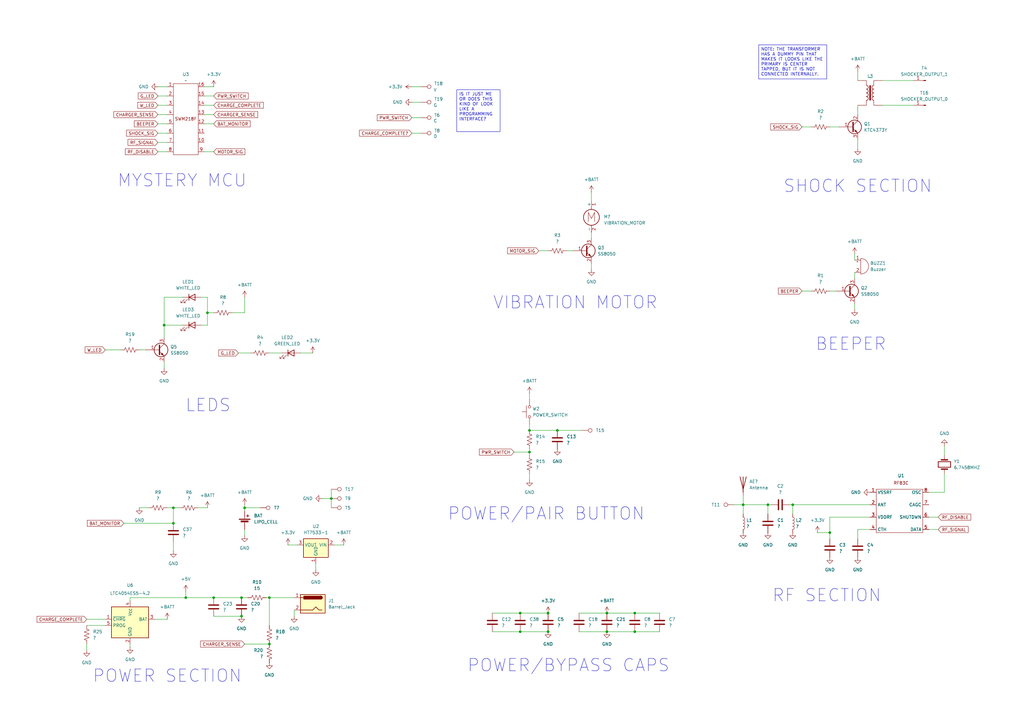
<source format=kicad_sch>
(kicad_sch (version 20231120) (generator "eeschema") (generator_version "8.0")
  (paper "A3")
  (title_block (rev "1"))
  (lib_symbols
    (symbol "Battery_Management:LTC4054ES5-4.2"
      (property "Reference" "U" (at -5.842 6.604 0))
      (property "Value" "LTC4054ES5-4.2" (at 1.524 6.604 0))
      (symbol "LTC4054ES5-4.2_0_1"
        (rectangle (start -7.62 5.08) (end 7.62 -7.62) (stroke (width 0.254)) (fill (type background)))
      )
      (symbol "LTC4054ES5-4.2_1_1"
        (pin open_collector line (at -10.16 0 0) (length 2.54) (name "~{CHRG}") (number "1"))
        (pin power_in line (at 0 -10.16 90) (length 2.54) (name "GND") (number "2"))
        (pin power_out line (at 10.16 0 180) (length 2.54) (name "BAT") (number "3"))
        (pin power_in line (at 0 7.62 270) (length 2.54) (name "V_{CC}") (number "4"))
        (pin bidirectional line (at -10.16 -2.54 0) (length 2.54) (name "PROG") (number "5"))
      )
    )
    (symbol "Connector:Barrel_Jack" (pin_names (offset 1.016))
      (property "Reference" "J" (at 0 5.334 0))
      (property "Value" "Barrel_Jack" (at 0 -5.08 0))
      (symbol "Barrel_Jack_0_1"
        (rectangle (start -5.08 3.81) (end 5.08 -3.81) (stroke (width 0.254)) (fill (type background)))
        (arc (start -3.302 3.175) (mid -3.9343 2.54) (end -3.302 1.905) (stroke (width 0.254)))
        (arc (start -3.302 3.175) (mid -3.9343 2.54) (end -3.302 1.905) (stroke (width 0.254)) (fill (type outline)))
        (polyline (pts (xy 5.08 2.54) (xy 3.81 2.54)) (stroke (width 0.254)))
        (polyline (pts (xy -3.81 -2.54) (xy -2.54 -2.54) (xy -1.27 -1.27) (xy 0 -2.54) (xy 2.54 -2.54) (xy 5.08 -2.54)) (stroke (width 0.254)))
        (rectangle (start 3.683 3.175) (end -3.302 1.905) (stroke (width 0.254)) (fill (type outline)))
      )
      (symbol "Barrel_Jack_1_1"
        (pin passive line (at 7.62 2.54 180) (length 2.54) (name "~") (number "1"))
        (pin passive line (at 7.62 -2.54 180) (length 2.54) (name "~") (number "2"))
      )
    )
    (symbol "Connector:Conn_01x01_Pin" (pin_names (offset 1.016) hide)
      (property "Reference" "J" (at 0 2.54 0))
      (property "Value" "Conn_01x01_Pin" (at 0 -2.54 0))
      (symbol "Conn_01x01_Pin_1_1"
        (polyline (pts (xy 1.27 0) (xy 0.8636 0)) (stroke (width 0.1524)))
        (rectangle (start 0.8636 0.127) (end 0 -0.127) (stroke (width 0.1524)) (fill (type outline)))
        (pin passive line (at 5.08 0 180) (length 3.81) (name "Pin_1") (number "1"))
      )
    )
    (symbol "Connector:TestPoint" (pin_numbers hide) (pin_names (offset 0.762) hide)
      (property "Reference" "TP" (at 0 6.858 0))
      (property "Value" "TestPoint" (at 0 5.08 0))
      (symbol "TestPoint_0_1"
        (circle (center 0 3.302) (radius 0.762))
      )
      (symbol "TestPoint_1_1"
        (pin passive line (at 0 0 90) (length 2.54) (name "1") (number "1"))
      )
    )
    (symbol "Device:Antenna" (pin_numbers hide) (pin_names (offset 1.016) hide)
      (property "Reference" "AE" (at -1.905 1.905 0))
      (property "Value" "Antenna" (at -1.905 0 0))
      (symbol "Antenna_0_1"
        (polyline (pts (xy 0 2.54) (xy 0 -3.81)) (stroke (width 0.254)))
        (polyline (pts (xy 1.27 2.54) (xy 0 -2.54) (xy -1.27 2.54)) (stroke (width 0.254)))
      )
      (symbol "Antenna_1_1"
        (pin input line (at 0 -5.08 90) (length 2.54) (name "A") (number "1"))
      )
    )
    (symbol "Device:Battery_Cell" (pin_numbers hide) (pin_names (offset 0) hide)
      (property "Reference" "BT" (at 2.54 2.54 0))
      (property "Value" "Battery_Cell" (at 2.54 0 0))
      (symbol "Battery_Cell_0_1"
        (rectangle (start -2.286 1.778) (end 2.286 1.524) (fill (type outline)))
        (rectangle (start -1.524 1.016) (end 1.524 0.508) (fill (type outline)))
        (polyline (pts (xy 0 0.762) (xy 0 0)))
        (polyline (pts (xy 0 1.778) (xy 0 2.54)))
        (polyline (pts (xy 0.762 3.048) (xy 1.778 3.048)) (stroke (width 0.254)))
        (polyline (pts (xy 1.27 3.556) (xy 1.27 2.54)) (stroke (width 0.254)))
      )
      (symbol "Battery_Cell_1_1"
        (pin passive line (at 0 5.08 270) (length 2.54) (name "+") (number "1"))
        (pin passive line (at 0 -2.54 90) (length 2.54) (name "-") (number "2"))
      )
    )
    (symbol "Device:Buzzer" (pin_names (offset 0.0254) hide)
      (property "Reference" "BZ" (at 3.81 1.27 0))
      (property "Value" "Buzzer" (at 3.81 -1.27 0))
      (symbol "Buzzer_0_1"
        (arc (start 0 -3.175) (mid 3.1612 0) (end 0 3.175))
        (polyline (pts (xy -1.651 1.905) (xy -1.143 1.905)))
        (polyline (pts (xy -1.397 2.159) (xy -1.397 1.651)))
        (polyline (pts (xy 0 3.175) (xy 0 -3.175)))
      )
      (symbol "Buzzer_1_1"
        (pin passive line (at -2.54 2.54 0) (length 2.54) (name "+") (number "1"))
        (pin passive line (at -2.54 -2.54 0) (length 2.54) (name "-") (number "2"))
      )
    )
    (symbol "Device:C" (pin_numbers hide) (pin_names (offset 0.254))
      (property "Reference" "C" (at 0.635 2.54 0))
      (property "Value" "C" (at 0.635 -2.54 0))
      (symbol "C_0_1"
        (polyline (pts (xy -2.032 -0.762) (xy 2.032 -0.762)) (stroke (width 0.508)))
        (polyline (pts (xy -2.032 0.762) (xy 2.032 0.762)) (stroke (width 0.508)))
      )
      (symbol "C_1_1"
        (pin passive line (at 0 3.81 270) (length 2.794) (name "~") (number "1"))
        (pin passive line (at 0 -3.81 90) (length 2.794) (name "~") (number "2"))
      )
    )
    (symbol "Device:Crystal" (pin_numbers hide) (pin_names (offset 1.016) hide)
      (property "Reference" "Y" (at 0 3.81 0))
      (property "Value" "Crystal" (at 0 -3.81 0))
      (symbol "Crystal_0_1"
        (rectangle (start -1.143 2.54) (end 1.143 -2.54) (stroke (width 0.3048)))
        (polyline (pts (xy -2.54 0) (xy -1.905 0)))
        (polyline (pts (xy -1.905 -1.27) (xy -1.905 1.27)) (stroke (width 0.508)))
        (polyline (pts (xy 1.905 -1.27) (xy 1.905 1.27)) (stroke (width 0.508)))
        (polyline (pts (xy 2.54 0) (xy 1.905 0)))
      )
      (symbol "Crystal_1_1"
        (pin passive line (at -3.81 0 0) (length 1.27) (name "1") (number "1"))
        (pin passive line (at 3.81 0 180) (length 1.27) (name "2") (number "2"))
      )
    )
    (symbol "Device:L" (pin_numbers hide) (pin_names (offset 1.016) hide)
      (property "Reference" "L" (at -1.27 0 90))
      (property "Value" "L" (at 1.905 0 90))
      (symbol "L_0_1"
        (arc (start 0 -2.54) (mid 0.6323 -1.905) (end 0 -1.27))
        (arc (start 0 -1.27) (mid 0.6323 -0.635) (end 0 0))
        (arc (start 0 0) (mid 0.6323 0.635) (end 0 1.27))
        (arc (start 0 1.27) (mid 0.6323 1.905) (end 0 2.54))
      )
      (symbol "L_1_1"
        (pin passive line (at 0 3.81 270) (length 1.27) (name "1") (number "1"))
        (pin passive line (at 0 -3.81 90) (length 1.27) (name "2") (number "2"))
      )
    )
    (symbol "Device:LED" (pin_numbers hide) (pin_names (offset 1.016) hide)
      (property "Reference" "D" (at 0 2.54 0))
      (property "Value" "LED" (at 0 -2.54 0))
      (symbol "LED_0_1"
        (polyline (pts (xy -1.27 -1.27) (xy -1.27 1.27)) (stroke (width 0.254)))
        (polyline (pts (xy -1.27 0) (xy 1.27 0)))
        (polyline (pts (xy 1.27 -1.27) (xy 1.27 1.27) (xy -1.27 0) (xy 1.27 -1.27)) (stroke (width 0.254)))
        (polyline (pts (xy -3.048 -0.762) (xy -4.572 -2.286) (xy -3.81 -2.286) (xy -4.572 -2.286) (xy -4.572 -1.524)))
        (polyline (pts (xy -1.778 -0.762) (xy -3.302 -2.286) (xy -2.54 -2.286) (xy -3.302 -2.286) (xy -3.302 -1.524)))
      )
      (symbol "LED_1_1"
        (pin passive line (at -3.81 0 0) (length 2.54) (name "K") (number "1"))
        (pin passive line (at 3.81 0 180) (length 2.54) (name "A") (number "2"))
      )
    )
    (symbol "Device:Q_NPN_BCE" (pin_names (offset 0) hide)
      (property "Reference" "Q" (at 5.08 1.27 0))
      (property "Value" "Q_NPN_BCE" (at 5.08 -1.27 0))
      (symbol "Q_NPN_BCE_0_1"
        (polyline (pts (xy 0.635 0.635) (xy 2.54 2.54)))
        (polyline (pts (xy 0.635 -0.635) (xy 2.54 -2.54) (xy 2.54 -2.54)))
        (polyline (pts (xy 0.635 1.905) (xy 0.635 -1.905) (xy 0.635 -1.905)) (stroke (width 0.508)))
        (polyline (pts (xy 1.27 -1.778) (xy 1.778 -1.27) (xy 2.286 -2.286) (xy 1.27 -1.778) (xy 1.27 -1.778)) (fill (type outline)))
        (circle (center 1.27 0) (radius 2.8194) (stroke (width 0.254)))
      )
      (symbol "Q_NPN_BCE_1_1"
        (pin input line (at -5.08 0 0) (length 5.715) (name "B") (number "1"))
        (pin passive line (at 2.54 5.08 270) (length 2.54) (name "C") (number "2"))
        (pin passive line (at 2.54 -5.08 90) (length 2.54) (name "E") (number "3"))
      )
    )
    (symbol "Device:Q_NPN_BEC" (pin_names (offset 0) hide)
      (property "Reference" "Q" (at 5.08 1.27 0))
      (property "Value" "Q_NPN_BEC" (at 5.08 -1.27 0))
      (symbol "Q_NPN_BEC_0_1"
        (polyline (pts (xy 0.635 0.635) (xy 2.54 2.54)))
        (polyline (pts (xy 0.635 -0.635) (xy 2.54 -2.54) (xy 2.54 -2.54)))
        (polyline (pts (xy 0.635 1.905) (xy 0.635 -1.905) (xy 0.635 -1.905)) (stroke (width 0.508)))
        (polyline (pts (xy 1.27 -1.778) (xy 1.778 -1.27) (xy 2.286 -2.286) (xy 1.27 -1.778) (xy 1.27 -1.778)) (fill (type outline)))
        (circle (center 1.27 0) (radius 2.8194) (stroke (width 0.254)))
      )
      (symbol "Q_NPN_BEC_1_1"
        (pin input line (at -5.08 0 0) (length 5.715) (name "B") (number "1"))
        (pin passive line (at 2.54 -5.08 90) (length 2.54) (name "E") (number "2"))
        (pin passive line (at 2.54 5.08 270) (length 2.54) (name "C") (number "3"))
      )
    )
    (symbol "Device:R_US" (pin_numbers hide) (pin_names (offset 0))
      (property "Reference" "R" (at 2.54 0 90))
      (property "Value" "R_US" (at -2.54 0 90))
      (symbol "R_US_0_1"
        (polyline (pts (xy 0 -2.286) (xy 0 -2.54)))
        (polyline (pts (xy 0 2.286) (xy 0 2.54)))
        (polyline (pts (xy 0 -0.762) (xy 1.016 -1.143) (xy 0 -1.524) (xy -1.016 -1.905) (xy 0 -2.286)))
        (polyline (pts (xy 0 0.762) (xy 1.016 0.381) (xy 0 0) (xy -1.016 -0.381) (xy 0 -0.762)))
        (polyline (pts (xy 0 2.286) (xy 1.016 1.905) (xy 0 1.524) (xy -1.016 1.143) (xy 0 0.762)))
      )
      (symbol "R_US_1_1"
        (pin passive line (at 0 3.81 270) (length 1.27) (name "~") (number "1"))
        (pin passive line (at 0 -3.81 90) (length 1.27) (name "~") (number "2"))
      )
    )
    (symbol "Motor:Motor_DC" (pin_names (offset 0))
      (property "Reference" "M" (at 2.54 2.54 0))
      (property "Value" "Motor_DC" (at 2.54 -5.08 0))
      (symbol "Motor_DC_0_0"
        (polyline (pts (xy -1.27 -3.302) (xy -1.27 0.508) (xy 0 -2.032) (xy 1.27 0.508) (xy 1.27 -3.302)))
      )
      (symbol "Motor_DC_0_1"
        (circle (center 0 -1.524) (radius 3.2512) (stroke (width 0.254)))
        (polyline (pts (xy 0 -7.62) (xy 0 -7.112)))
        (polyline (pts (xy 0 -4.7752) (xy 0 -5.1816)))
        (polyline (pts (xy 0 1.7272) (xy 0 2.0828)))
        (polyline (pts (xy 0 2.032) (xy 0 2.54)))
      )
      (symbol "Motor_DC_1_1"
        (pin passive line (at 0 5.08 270) (length 2.54) (name "+") (number "1"))
        (pin passive line (at 0 -7.62 90) (length 2.54) (name "-") (number "2"))
      )
    )
    (symbol "Regulator_Linear:HT75xx-1-SOT89"
      (property "Reference" "U" (at -5.08 -3.81 0))
      (property "Value" "HT75xx-1-SOT89" (at 0 6.35 0))
      (symbol "HT75xx-1-SOT89_0_1"
        (rectangle (start -5.08 5.08) (end 5.08 -2.54) (stroke (width 0.254)) (fill (type background)))
      )
      (symbol "HT75xx-1-SOT89_1_1"
        (pin power_in line (at 0 -5.08 90) (length 2.54) (name "GND") (number "1"))
        (pin power_in line (at -7.62 2.54 0) (length 2.54) (name "VIN") (number "2"))
        (pin power_out line (at 7.62 2.54 180) (length 2.54) (name "VOUT") (number "3"))
      )
    )
    (symbol "Switch:SW_Push" (pin_numbers hide) (pin_names (offset 1.016) hide)
      (property "Reference" "SW" (at 1.27 2.54 0))
      (property "Value" "SW_Push" (at 0 -1.524 0))
      (symbol "SW_Push_0_1"
        (circle (center -2.032 0) (radius 0.508))
        (polyline (pts (xy 0 1.27) (xy 0 3.048)))
        (polyline (pts (xy 2.54 1.27) (xy -2.54 1.27)))
        (circle (center 2.032 0) (radius 0.508))
        (pin passive line (at -5.08 0 0) (length 2.54) (name "1") (number "1"))
        (pin passive line (at 5.08 0 180) (length 2.54) (name "2") (number "2"))
      )
    )
    (symbol "Transformer:TRANSF1" (pin_numbers hide) (pin_names (offset 0))
      (property "Reference" "TR" (at 0 6.35 0))
      (property "Value" "TRANSF1" (at 0 -6.35 0))
      (symbol "TRANSF1_0_1"
        (arc (start -1.524 -3.048) (mid -0.7653 -2.286) (end -1.524 -1.524) (stroke (width 0.2032)))
        (arc (start -1.524 -1.524) (mid -0.7653 -0.762) (end -1.524 0) (stroke (width 0.2032)))
        (arc (start -1.524 0) (mid -0.7653 0.762) (end -1.524 1.524) (stroke (width 0.2032)))
        (arc (start -1.524 1.524) (mid -0.7653 2.286) (end -1.524 3.048) (stroke (width 0.2032)))
        (rectangle (start -0.254 3.048) (end 0.254 -3.048) (stroke (width 0.0254)) (fill (type outline)))
        (polyline (pts (xy -2.54 5.08) (xy -1.524 5.08) (xy -1.524 3.048) (xy -1.524 3.048)) (stroke (width 0.1524)))
        (polyline (pts (xy -1.524 -3.048) (xy -1.524 -5.08) (xy -2.54 -5.08) (xy -2.54 -5.08)) (stroke (width 0.1524)))
        (polyline (pts (xy 1.524 3.048) (xy 1.524 5.08) (xy 2.54 5.08) (xy 2.54 5.08)) (stroke (width 0.1524)))
        (polyline (pts (xy 2.54 -5.08) (xy 1.524 -5.08) (xy 1.524 -3.048) (xy 1.524 -3.048)) (stroke (width 0.1524)))
        (arc (start 1.524 -1.524) (mid 0.7653 -2.286) (end 1.524 -3.048) (stroke (width 0.2032)))
        (arc (start 1.524 0) (mid 0.7653 -0.762) (end 1.524 -1.524) (stroke (width 0.2032)))
        (arc (start 1.524 1.524) (mid 0.7653 0.762) (end 1.524 0) (stroke (width 0.2032)))
        (arc (start 1.524 3.048) (mid 0.7653 2.286) (end 1.524 1.524) (stroke (width 0.2032)))
      )
      (symbol "TRANSF1_1_1"
        (pin passive line (at -5.08 5.08 0) (length 2.54) (name "~") (number "1"))
        (pin passive line (at -5.08 -5.08 0) (length 2.54) (name "~") (number "2"))
        (pin passive line (at 5.08 -5.08 180) (length 2.54) (name "~") (number "3"))
        (pin passive line (at 5.08 5.08 180) (length 2.54) (name "~") (number "4"))
      )
    )
    (symbol "power:+3.3V" (power) (pin_numbers hide) (pin_names (offset 0) hide)
      (property "Value" "+3.3V" (at 0 3.556 0))
      (symbol "+3.3V_0_1"
        (polyline (pts (xy -0.762 1.27) (xy 0 2.54)))
        (polyline (pts (xy 0 0) (xy 0 2.54)))
        (polyline (pts (xy 0 2.54) (xy 0.762 1.27)))
      )
      (symbol "+3.3V_1_1"
        (pin power_in line (at 0 0 90) (length 0) (name "~") (number "1"))
      )
    )
    (symbol "power:+5V" (power) (pin_numbers hide) (pin_names (offset 0) hide)
      (property "Value" "+5V" (at 0 3.556 0))
      (symbol "+5V_0_1"
        (polyline (pts (xy -0.762 1.27) (xy 0 2.54)))
        (polyline (pts (xy 0 0) (xy 0 2.54)))
        (polyline (pts (xy 0 2.54) (xy 0.762 1.27)))
      )
      (symbol "+5V_1_1"
        (pin power_in line (at 0 0 90) (length 0) (name "~") (number "1"))
      )
    )
    (symbol "power:+BATT" (power) (pin_numbers hide) (pin_names (offset 0) hide)
      (property "Value" "+BATT" (at 0 3.556 0))
      (symbol "+BATT_0_1"
        (polyline (pts (xy -0.762 1.27) (xy 0 2.54)))
        (polyline (pts (xy 0 0) (xy 0 2.54)))
        (polyline (pts (xy 0 2.54) (xy 0.762 1.27)))
      )
      (symbol "+BATT_1_1"
        (pin power_in line (at 0 0 90) (length 0) (name "~") (number "1"))
      )
    )
    (symbol "power:GND" (power) (pin_numbers hide) (pin_names (offset 0) hide)
      (property "Value" "GND" (at 0 -3.81 0))
      (symbol "GND_0_1"
        (polyline (pts (xy 0 0) (xy 0 -1.27) (xy 1.27 -1.27) (xy 0 -2.54) (xy -1.27 -1.27) (xy 0 -1.27)))
      )
      (symbol "GND_1_1"
        (pin power_in line (at 0 0 270) (length 0) (name "~") (number "1"))
      )
    )
    (symbol "shocker_chips:RF83C"
      (property "Reference" "U" (at 0 3.302 0))
      (symbol "RF83C_0_1"
        (rectangle (start -10.16 -2.54) (end 8.89 -20.32))
      )
      (symbol "RF83C_1_1"
        (text "RF83C" (at 0 0 0) (effects (font (size 1.27 1.27))))
        (pin unspecified line (at -12.7 -3.81 0) (length 2.54) (name "VSSRF") (number "1"))
        (pin unspecified line (at -12.7 -8.89 0) (length 2.54) (name "ANT") (number "2"))
        (pin unspecified line (at -12.7 -13.97 0) (length 2.54) (name "VDDRF") (number "3"))
        (pin unspecified line (at -12.7 -19.05 0) (length 2.54) (name "CTH") (number "4"))
        (pin unspecified line (at 11.43 -19.05 180) (length 2.54) (name "DATA") (number "5"))
        (pin unspecified line (at 11.43 -13.97 180) (length 2.54) (name "SHUTDWN") (number "6"))
        (pin unspecified line (at 11.43 -8.89 180) (length 2.54) (name "CAGC") (number "7"))
        (pin unspecified line (at 11.43 -3.81 180) (length 2.54) (name "OSC") (number "8"))
      )
    )
    (symbol "shocker_chips:SWM218F"
      (property "Reference" "U" (at 0 0 0))
      (symbol "SWM218F_0_1"
        (rectangle (start -5.08 -2.54) (end 5.08 -31.75))
      )
      (symbol "SWM218F_1_1"
        (text "SWM218F" (at 0 -17.018 0) (effects (font (size 1.27 1.27))))
        (pin unspecified line (at -7.62 -3.81 0) (length 2.54) (name "") (number "1"))
        (pin unspecified line (at 7.62 -26.67 180) (length 2.54) (name "") (number "10"))
        (pin unspecified line (at 7.62 -22.86 180) (length 2.54) (name "") (number "11"))
        (pin unspecified line (at 7.62 -19.05 180) (length 2.54) (name "") (number "12"))
        (pin unspecified line (at 7.62 -15.24 180) (length 2.54) (name "") (number "13"))
        (pin unspecified line (at 7.62 -11.43 180) (length 2.54) (name "") (number "14"))
        (pin unspecified line (at 7.62 -7.62 180) (length 2.54) (name "") (number "15"))
        (pin unspecified line (at 7.62 -3.81 180) (length 2.54) (name "") (number "16"))
        (pin unspecified line (at -7.62 -7.62 0) (length 2.54) (name "") (number "2"))
        (pin unspecified line (at -7.62 -11.43 0) (length 2.54) (name "") (number "3"))
        (pin unspecified line (at -7.62 -15.24 0) (length 2.54) (name "") (number "4"))
        (pin unspecified line (at -7.62 -19.05 0) (length 2.54) (name "") (number "5"))
        (pin unspecified line (at -7.62 -22.86 0) (length 2.54) (name "") (number "6"))
        (pin unspecified line (at -7.62 -26.67 0) (length 2.54) (name "") (number "7"))
        (pin unspecified line (at -7.62 -30.48 0) (length 2.54) (name "") (number "8"))
        (pin unspecified line (at 7.62 -30.48 180) (length 2.54) (name "") (number "9"))
      )
    )
  )
  (junction (at 217.17 176.53))
  (junction (at 217.17 185.42))
  (junction (at 325.12 207.01))
  (junction (at 260.35 259.08))
  (junction (at 76.2 245.11))
  (junction (at 71.12 214.63))
  (junction (at 248.92 259.08))
  (junction (at 224.79 259.08))
  (junction (at 340.36 218.44))
  (junction (at 100.33 208.28))
  (junction (at 99.06 252.73))
  (junction (at 213.36 259.08))
  (junction (at 228.6 176.53))
  (junction (at 314.96 207.01))
  (junction (at 87.63 245.11))
  (junction (at 85.09 128.27))
  (junction (at 248.92 251.46))
  (junction (at 260.35 251.46))
  (junction (at 213.36 251.46))
  (junction (at 110.49 245.11))
  (junction (at 135.89 204.47))
  (junction (at 224.79 251.46))
  (junction (at 304.8 207.01))
  (junction (at 67.31 133.35))
  (junction (at 71.12 208.28))
  (junction (at 99.06 245.11))
  (junction (at 110.49 264.16))
  (wire (pts (xy 325.12 207.01) (xy 325.12 210.82)))
  (wire (pts (xy 300.99 207.01) (xy 304.8 207.01)))
  (wire (pts (xy 340.36 119.38) (xy 342.9 119.38)))
  (wire (pts (xy 109.22 245.11) (xy 110.49 245.11)))
  (wire (pts (xy 242.57 78.74) (xy 242.57 82.55)))
  (wire (pts (xy 99.06 245.11) (xy 101.6 245.11)))
  (wire (pts (xy 350.52 104.14) (xy 350.52 106.68)))
  (wire (pts (xy 228.6 176.53) (xy 238.76 176.53)))
  (wire (pts (xy 217.17 161.29) (xy 217.17 163.83)))
  (wire (pts (xy 110.49 144.78) (xy 115.57 144.78)))
  (wire (pts (xy 350.52 111.76) (xy 350.52 114.3)))
  (wire (pts (xy 110.49 245.11) (xy 120.65 245.11)))
  (wire (pts (xy 71.12 208.28) (xy 73.66 208.28)))
  (wire (pts (xy 168.91 35.56) (xy 172.72 35.56)))
  (wire (pts (xy 76.2 242.57) (xy 76.2 245.11)))
  (wire (pts (xy 120.65 250.19) (xy 120.65 252.73)))
  (wire (pts (xy 83.82 43.18) (xy 87.63 43.18)))
  (wire (pts (xy 85.09 121.92) (xy 85.09 128.27)))
  (wire (pts (xy 304.8 207.01) (xy 314.96 207.01)))
  (wire (pts (xy 83.82 39.37) (xy 87.63 39.37)))
  (wire (pts (xy 64.77 54.61) (xy 68.58 54.61)))
  (wire (pts (xy 248.92 259.08) (xy 260.35 259.08)))
  (wire (pts (xy 232.41 102.87) (xy 234.95 102.87)))
  (wire (pts (xy 57.15 208.28) (xy 60.96 208.28)))
  (wire (pts (xy 64.77 58.42) (xy 68.58 58.42)))
  (wire (pts (xy 210.82 185.42) (xy 217.17 185.42)))
  (wire (pts (xy 87.63 252.73) (xy 99.06 252.73)))
  (wire (pts (xy 35.56 254) (xy 43.18 254)))
  (wire (pts (xy 50.8 214.63) (xy 71.12 214.63)))
  (wire (pts (xy 135.89 204.47) (xy 135.89 208.28)))
  (wire (pts (xy 237.49 259.08) (xy 248.92 259.08)))
  (wire (pts (xy 85.09 133.35) (xy 82.55 133.35)))
  (wire (pts (xy 248.92 251.46) (xy 260.35 251.46)))
  (wire (pts (xy 53.34 265.43) (xy 53.34 264.16)))
  (wire (pts (xy 213.36 259.08) (xy 224.79 259.08)))
  (wire (pts (xy 81.28 208.28) (xy 85.09 208.28)))
  (wire (pts (xy 217.17 176.53) (xy 228.6 176.53)))
  (wire (pts (xy 242.57 95.25) (xy 242.57 97.79)))
  (wire (pts (xy 381 201.93) (xy 387.35 201.93)))
  (wire (pts (xy 351.79 217.17) (xy 356.87 217.17)))
  (wire (pts (xy 350.52 124.46) (xy 350.52 127)))
  (wire (pts (xy 67.31 133.35) (xy 67.31 138.43)))
  (wire (pts (xy 304.8 203.2) (xy 304.8 207.01)))
  (wire (pts (xy 83.82 50.8) (xy 87.63 50.8)))
  (wire (pts (xy 314.96 207.01) (xy 316.23 207.01)))
  (wire (pts (xy 217.17 185.42) (xy 217.17 186.69)))
  (wire (pts (xy 340.36 212.09) (xy 356.87 212.09)))
  (wire (pts (xy 100.33 264.16) (xy 110.49 264.16)))
  (wire (pts (xy 340.36 212.09) (xy 340.36 218.44)))
  (wire (pts (xy 304.8 207.01) (xy 304.8 210.82)))
  (wire (pts (xy 67.31 121.92) (xy 67.31 133.35)))
  (wire (pts (xy 168.91 54.61) (xy 172.72 54.61)))
  (wire (pts (xy 63.5 254) (xy 68.58 254)))
  (wire (pts (xy 53.34 245.11) (xy 76.2 245.11)))
  (wire (pts (xy 71.12 208.28) (xy 71.12 214.63)))
  (wire (pts (xy 351.79 29.21) (xy 351.79 33.02)))
  (wire (pts (xy 85.09 128.27) (xy 87.63 128.27)))
  (wire (pts (xy 260.35 259.08) (xy 270.51 259.08)))
  (wire (pts (xy 201.93 259.08) (xy 213.36 259.08)))
  (wire (pts (xy 43.18 143.51) (xy 49.53 143.51)))
  (wire (pts (xy 168.91 48.26) (xy 172.72 48.26)))
  (wire (pts (xy 140.97 223.52) (xy 137.16 223.52)))
  (wire (pts (xy 100.33 207.01) (xy 100.33 208.28)))
  (wire (pts (xy 260.35 251.46) (xy 270.51 251.46)))
  (wire (pts (xy 361.95 33.02) (xy 374.65 33.02)))
  (wire (pts (xy 323.85 207.01) (xy 325.12 207.01)))
  (wire (pts (xy 381 212.09) (xy 384.81 212.09)))
  (wire (pts (xy 99.06 245.11) (xy 87.63 245.11)))
  (wire (pts (xy 76.2 245.11) (xy 87.63 245.11)))
  (wire (pts (xy 100.33 219.71) (xy 100.33 217.17)))
  (wire (pts (xy 201.93 251.46) (xy 213.36 251.46)))
  (wire (pts (xy 217.17 184.15) (xy 217.17 185.42)))
  (wire (pts (xy 123.19 144.78) (xy 128.27 144.78)))
  (wire (pts (xy 110.49 256.54) (xy 110.49 245.11)))
  (wire (pts (xy 97.79 144.78) (xy 102.87 144.78)))
  (wire (pts (xy 64.77 39.37) (xy 68.58 39.37)))
  (wire (pts (xy 387.35 182.88) (xy 387.35 186.69)))
  (wire (pts (xy 100.33 208.28) (xy 100.33 209.55)))
  (wire (pts (xy 67.31 148.59) (xy 67.31 151.13)))
  (wire (pts (xy 64.77 62.23) (xy 68.58 62.23)))
  (wire (pts (xy 213.36 251.46) (xy 224.79 251.46)))
  (wire (pts (xy 64.77 50.8) (xy 68.58 50.8)))
  (wire (pts (xy 351.79 217.17) (xy 351.79 220.98)))
  (wire (pts (xy 340.36 218.44) (xy 340.36 220.98)))
  (wire (pts (xy 129.54 231.14) (xy 129.54 233.68)))
  (wire (pts (xy 237.49 251.46) (xy 248.92 251.46)))
  (wire (pts (xy 361.95 43.18) (xy 374.65 43.18)))
  (wire (pts (xy 220.98 102.87) (xy 224.79 102.87)))
  (wire (pts (xy 121.92 223.52) (xy 118.11 223.52)))
  (wire (pts (xy 168.91 41.91) (xy 172.72 41.91)))
  (wire (pts (xy 351.79 57.15) (xy 351.79 60.96)))
  (wire (pts (xy 328.93 52.07) (xy 332.74 52.07)))
  (wire (pts (xy 67.31 121.92) (xy 74.93 121.92)))
  (wire (pts (xy 387.35 194.31) (xy 387.35 201.93)))
  (wire (pts (xy 132.08 204.47) (xy 135.89 204.47)))
  (wire (pts (xy 335.28 218.44) (xy 340.36 218.44)))
  (wire (pts (xy 95.25 128.27) (xy 100.33 128.27)))
  (wire (pts (xy 351.79 43.18) (xy 351.79 46.99)))
  (wire (pts (xy 64.77 43.18) (xy 68.58 43.18)))
  (wire (pts (xy 135.89 200.66) (xy 135.89 204.47)))
  (wire (pts (xy 217.17 194.31) (xy 217.17 196.85)))
  (wire (pts (xy 35.56 256.54) (xy 43.18 256.54)))
  (wire (pts (xy 53.34 245.11) (xy 53.34 246.38)))
  (wire (pts (xy 83.82 35.56) (xy 87.63 35.56)))
  (wire (pts (xy 67.31 133.35) (xy 74.93 133.35)))
  (wire (pts (xy 328.93 119.38) (xy 332.74 119.38)))
  (wire (pts (xy 314.96 207.01) (xy 314.96 210.82)))
  (wire (pts (xy 100.33 121.92) (xy 100.33 128.27)))
  (wire (pts (xy 85.09 128.27) (xy 85.09 133.35)))
  (wire (pts (xy 64.77 35.56) (xy 68.58 35.56)))
  (wire (pts (xy 325.12 207.01) (xy 356.87 207.01)))
  (wire (pts (xy 64.77 46.99) (xy 68.58 46.99)))
  (wire (pts (xy 83.82 62.23) (xy 87.63 62.23)))
  (wire (pts (xy 68.58 208.28) (xy 71.12 208.28)))
  (wire (pts (xy 242.57 107.95) (xy 242.57 110.49)))
  (wire (pts (xy 381 217.17) (xy 384.81 217.17)))
  (wire (pts (xy 217.17 173.99) (xy 217.17 176.53)))
  (wire (pts (xy 340.36 52.07) (xy 344.17 52.07)))
  (wire (pts (xy 71.12 222.25) (xy 71.12 226.06)))
  (wire (pts (xy 35.56 264.16) (xy 35.56 266.7)))
  (wire (pts (xy 100.33 208.28) (xy 106.68 208.28)))
  (wire (pts (xy 85.09 121.92) (xy 82.55 121.92)))
  (wire (pts (xy 83.82 46.99) (xy 87.63 46.99)))
  (wire (pts (xy 57.15 143.51) (xy 59.69 143.51)))
  (text_box "IS IT JUST ME OR DOES THIS KIND OF LOOK LIKE A PROGRAMMING INTERFACE?\n" (at 187.325 36.83 0) (size 17.78 17.145) (effects (font (size 1.27 1.27)) (justify left top)))
  (text_box "NOTE: THE TRANSFORMER HAS A DUMMY PIN THAT MAKES IT LOOKS LIKE THE PRIMARY IS CENTER TAPPED, BUT IT IS NOT CONNECTED INTERNALLY.\n" (at 311.15 18.415 0) (size 27.94 13.97) (effects (font (size 1.27 1.27)) (justify left top)))
  (text "LEDS" (at 85.344 166.37 0) (effects (font (size 5.08 5.08))))
  (text "RF SECTION" (at 339.09 244.348 0) (effects (font (size 5.08 5.08))))
  (text "POWER SECTION\n" (at 68.58 277.368 0) (effects (font (size 5.08 5.08))))
  (text "POWER/PAIR BUTTON" (at 224.028 210.82 0) (effects (font (size 5.08 5.08))))
  (text "BEEPER\n" (at 348.996 141.224 0) (effects (font (size 5.08 5.08))))
  (text "VIBRATION MOTOR" (at 235.966 124.206 0) (effects (font (size 5.08 5.08))))
  (text "SHOCK SECTION" (at 351.79 76.454 0) (effects (font (size 5.08 5.08))))
  (text "MYSTERY MCU" (at 74.676 74.168 0) (effects (font (size 5.08 5.08))))
  (text "POWER/BYPASS CAPS" (at 233.172 273.05 0) (effects (font (size 5.08 5.08))))
  (global_label "SHOCK_SIG" (shape input) (at 64.77 54.61 180) (property "Intersheetrefs" "${INTERSHEET_REFS}" (effects (hide yes))))
  (global_label "PWR_SWITCH" (shape input) (at 87.63 39.37 0) (property "Intersheetrefs" "${INTERSHEET_REFS}" (effects (hide yes))))
  (global_label "BAT_MONITOR" (shape input) (at 50.8 214.63 180) (property "Intersheetrefs" "${INTERSHEET_REFS}" (effects (hide yes))))
  (global_label "CHARGER_SENSE" (shape input) (at 100.33 264.16 180) (property "Intersheetrefs" "${INTERSHEET_REFS}" (effects (hide yes))))
  (global_label "CHARGER_SENSE" (shape input) (at 64.77 46.99 180) (property "Intersheetrefs" "${INTERSHEET_REFS}" (effects (hide yes))))
  (global_label "CHARGE_COMPLETE" (shape input) (at 87.63 43.18 0) (property "Intersheetrefs" "${INTERSHEET_REFS}" (effects (hide yes))))
  (global_label "CHARGE_COMPLETE?" (shape input) (at 168.91 54.61 180) (property "Intersheetrefs" "${INTERSHEET_REFS}" (effects (hide yes))))
  (global_label "BEEPER" (shape input) (at 328.93 119.38 180) (property "Intersheetrefs" "${INTERSHEET_REFS}" (effects (hide yes))))
  (global_label "PWR_SWITCH" (shape input) (at 168.91 48.26 180) (property "Intersheetrefs" "${INTERSHEET_REFS}" (effects (hide yes))))
  (global_label "BEEPER" (shape input) (at 64.77 50.8 180) (property "Intersheetrefs" "${INTERSHEET_REFS}" (effects (hide yes))))
  (global_label "CHARGER_SENSE" (shape input) (at 87.63 46.99 0) (property "Intersheetrefs" "${INTERSHEET_REFS}" (effects (hide yes))))
  (global_label "G_LED" (shape input) (at 97.79 144.78 180) (property "Intersheetrefs" "${INTERSHEET_REFS}" (effects (hide yes))))
  (global_label "RF_DISABLE" (shape input) (at 384.81 212.09 0) (property "Intersheetrefs" "${INTERSHEET_REFS}" (effects (hide yes))))
  (global_label "MOTOR_SIG" (shape input) (at 87.63 62.23 0) (property "Intersheetrefs" "${INTERSHEET_REFS}" (effects (hide yes))))
  (global_label "G_LED" (shape input) (at 64.77 39.37 180) (property "Intersheetrefs" "${INTERSHEET_REFS}" (effects (hide yes))))
  (global_label "W_LED" (shape input) (at 64.77 43.18 180) (property "Intersheetrefs" "${INTERSHEET_REFS}" (effects (hide yes))))
  (global_label "SHOCK_SIG" (shape input) (at 328.93 52.07 180) (property "Intersheetrefs" "${INTERSHEET_REFS}" (effects (hide yes))))
  (global_label "CHARGE_COMPLETE" (shape input) (at 35.56 254 180) (property "Intersheetrefs" "${INTERSHEET_REFS}" (effects (hide yes))))
  (global_label "RF_DISABLE" (shape input) (at 64.77 62.23 180) (property "Intersheetrefs" "${INTERSHEET_REFS}" (effects (hide yes))))
  (global_label "RF_SIGNAL" (shape input) (at 64.77 58.42 180) (property "Intersheetrefs" "${INTERSHEET_REFS}" (effects (hide yes))))
  (global_label "RF_SIGNAL" (shape input) (at 384.81 217.17 0) (property "Intersheetrefs" "${INTERSHEET_REFS}" (effects (hide yes))))
  (global_label "W_LED" (shape input) (at 43.18 143.51 180) (property "Intersheetrefs" "${INTERSHEET_REFS}" (effects (hide yes))))
  (global_label "BAT_MONITOR" (shape input) (at 87.63 50.8 0) (property "Intersheetrefs" "${INTERSHEET_REFS}" (effects (hide yes))))
  (global_label "PWR_SWITCH" (shape input) (at 210.82 185.42 180) (property "Intersheetrefs" "${INTERSHEET_REFS}" (effects (hide yes))))
  (global_label "MOTOR_SIG" (shape input) (at 220.98 102.87 180) (property "Intersheetrefs" "${INTERSHEET_REFS}" (effects (hide yes))))
  (symbol (lib_id "Device:C") (at 314.96 214.63 180) (unit 1)
    (property "Reference" "C1" (at 318.77 213.3599 0) (effects (justify right)))
    (property "Value" "?" (at 318.77 215.8999 0) (effects (justify right)))
    (property "Description" "Unpolarized capacitor" (effects (hide yes)))
  )
  (symbol (lib_id "power:+BATT") (at 248.92 251.46 0) (unit 1)
    (property "Reference" "#PWR070" (effects (hide yes)))
    (property "Value" "+BATT" (at 248.92 246.38 0))
    (property "Description" "Power symbol creates a global label with name \"+BATT\"" (effects (hide yes)))
  )
  (symbol (lib_id "Device:C") (at 237.49 255.27 0) (unit 1)
    (property "Reference" "C18" (at 241.3 253.9999 0) (effects (justify left)))
    (property "Value" "?" (at 241.3 256.5399 0) (effects (justify left)))
    (property "Description" "Unpolarized capacitor" (effects (hide yes)))
  )
  (symbol (lib_id "shocker_chips:SWM218F") (at 76.2 31.75 0) (unit 1)
    (property "Reference" "U3" (at 76.2 30.48 0))
    (property "Value" "~" (at 76.2 33.02 0))
  )
  (symbol (lib_id "power:GND") (at 351.79 60.96 0) (unit 1)
    (property "Reference" "#PWR057" (effects (hide yes)))
    (property "Value" "GND" (at 351.79 66.04 0))
    (property "Description" "Power symbol creates a global label with name \"GND\" , ground" (effects (hide yes)))
  )
  (symbol (lib_id "Device:C") (at 351.79 224.79 0) (unit 1)
    (property "Reference" "C4" (at 355.6 223.5199 0) (effects (justify left)))
    (property "Value" "?" (at 355.6 226.0599 0) (effects (justify left)))
    (property "Description" "Unpolarized capacitor" (effects (hide yes)))
  )
  (symbol (lib_id "Device:R_US") (at 217.17 180.34 180) (unit 1)
    (property "Reference" "R14" (at 219.71 179.0699 0) (effects (justify right)))
    (property "Value" "?" (at 219.71 181.6099 0) (effects (justify right)))
    (property "Description" "Resistor, US symbol" (effects (hide yes)))
  )
  (symbol (lib_id "Device:R_US") (at 106.68 144.78 90) (unit 1)
    (property "Reference" "R4" (at 106.68 138.43 90))
    (property "Value" "?" (at 106.68 140.97 90))
    (property "Description" "Resistor, US symbol" (effects (hide yes)))
  )
  (symbol (lib_id "power:GND") (at 217.17 196.85 0) (mirror y) (unit 1)
    (property "Reference" "#PWR074" (effects (hide yes)))
    (property "Value" "GND" (at 217.17 201.93 0))
    (property "Description" "Power symbol creates a global label with name \"GND\" , ground" (effects (hide yes)))
  )
  (symbol (lib_id "Connector:TestPoint") (at 172.72 48.26 270) (unit 1)
    (property "Reference" "T6" (at 178.054 47.244 90) (effects (justify left)))
    (property "Value" "C" (at 177.8 49.5299 90) (effects (justify left)))
    (property "Description" "test point" (effects (hide yes)))
  )
  (symbol (lib_id "Device:R_US") (at 35.56 260.35 0) (unit 1)
    (property "Reference" "R25" (at 38.1 259.0799 0) (effects (justify left)))
    (property "Value" "?" (at 38.1 261.6199 0) (effects (justify left)))
    (property "Description" "Resistor, US symbol" (effects (hide yes)))
  )
  (symbol (lib_id "Battery_Management:LTC4054ES5-4.2") (at 53.34 254 0) (unit 1)
    (property "Reference" "U6" (at 53.34 240.03 0))
    (property "Value" "LTC4054ES5-4.2" (at 53.34 243.332 0))
    (property "Footprint" "Package_TO_SOT_SMD:TSOT-23-5" (effects (hide yes)))
    (property "Datasheet" "https://www.analog.com/media/en/technical-documentation/data-sheets/405442xf.pdf" (effects (hide yes)))
    (property "Description" "Constant-current/constant-voltage linear charger for single cell lithium-ion batteries with 2.9V Trickle Charge, 4.5V to 6.5V VDD, -40 to +85 degree Celsius, TSOT-23-5" (effects (hide yes)))
  )
  (symbol (lib_id "power:GND") (at 350.52 127 0) (mirror y) (unit 1)
    (property "Reference" "#PWR054" (effects (hide yes)))
    (property "Value" "GND" (at 350.52 132.08 0))
    (property "Description" "Power symbol creates a global label with name \"GND\" , ground" (effects (hide yes)))
  )
  (symbol (lib_id "power:GND") (at 248.92 259.08 0) (unit 1)
    (property "Reference" "#PWR043" (effects (hide yes)))
    (property "Value" "GND" (at 248.92 264.16 0))
    (property "Description" "Power symbol creates a global label with name \"GND\" , ground" (effects (hide yes)))
  )
  (symbol (lib_id "power:+3.3V") (at 128.27 144.78 0) (mirror y) (unit 1)
    (property "Reference" "#PWR056" (effects (hide yes)))
    (property "Value" "+3.3V" (at 128.27 139.7 0))
    (property "Description" "Power symbol creates a global label with name \"+3.3V\"" (effects (hide yes)))
  )
  (symbol (lib_id "power:GND") (at 100.33 219.71 0) (mirror y) (unit 1)
    (property "Reference" "#PWR048" (effects (hide yes)))
    (property "Value" "GND" (at 100.33 224.79 0))
    (property "Description" "Power symbol creates a global label with name \"GND\" , ground" (effects (hide yes)))
  )
  (symbol (lib_id "Device:LED") (at 119.38 144.78 0) (unit 1)
    (property "Reference" "LED2" (at 117.7925 138.43 0))
    (property "Value" "GREEN_LED" (at 117.7925 140.97 0))
    (property "Description" "Light emitting diode" (effects (hide yes)))
  )
  (symbol (lib_id "power:GND") (at 168.91 41.91 270) (unit 1)
    (property "Reference" "#PWR077" (effects (hide yes)))
    (property "Value" "GND" (at 165.1 41.9099 90) (effects (justify right)))
    (property "Description" "Power symbol creates a global label with name \"GND\" , ground" (effects (hide yes)))
  )
  (symbol (lib_id "Connector:Conn_01x01_Pin") (at 379.73 43.18 180) (unit 1)
    (property "Reference" "T16" (at 379.095 38.1 0))
    (property "Value" "SHOCKER_OUTPUT_0" (at 379.095 40.64 0))
    (property "Description" "Generic connector, single row, 01x01, script generated" (effects (hide yes)))
  )
  (symbol (lib_id "power:+BATT") (at 85.09 208.28 0) (mirror y) (unit 1)
    (property "Reference" "#PWR061" (effects (hide yes)))
    (property "Value" "+BATT" (at 85.09 203.2 0))
    (property "Description" "Power symbol creates a global label with name \"+BATT\"" (effects (hide yes)))
  )
  (symbol (lib_id "Connector:TestPoint") (at 135.89 204.47 270) (unit 1)
    (property "Reference" "T9" (at 141.478 204.47 90) (effects (justify left)))
    (property "Value" "TestPoint" (effects (hide yes)))
    (property "Description" "test point" (effects (hide yes)))
  )
  (symbol (lib_id "power:GND") (at 224.79 259.08 0) (unit 1)
    (property "Reference" "#PWR072" (effects (hide yes)))
    (property "Value" "GND" (at 224.79 264.16 0))
    (property "Description" "Power symbol creates a global label with name \"GND\" , ground" (effects (hide yes)))
  )
  (symbol (lib_id "power:GND") (at 228.6 184.15 0) (mirror y) (unit 1)
    (property "Reference" "#PWR075" (effects (hide yes)))
    (property "Value" "GND" (at 228.6 189.23 0))
    (property "Description" "Power symbol creates a global label with name \"GND\" , ground" (effects (hide yes)))
  )
  (symbol (lib_id "power:+3.3V") (at 118.11 223.52 0) (mirror y) (unit 1)
    (property "Reference" "#PWR046" (effects (hide yes)))
    (property "Value" "+3.3V" (at 118.11 218.44 0))
    (property "Description" "Power symbol creates a global label with name \"+3.3V\"" (effects (hide yes)))
  )
  (symbol (lib_id "power:GND") (at 120.65 252.73 0) (unit 1)
    (property "Reference" "#PWR049" (effects (hide yes)))
    (property "Value" "GND" (at 120.65 257.81 0))
    (property "Description" "Power symbol creates a global label with name \"GND\" , ground" (effects (hide yes)))
  )
  (symbol (lib_id "Device:C") (at 260.35 255.27 0) (unit 1)
    (property "Reference" "C8" (at 264.16 253.9999 0) (effects (justify left)))
    (property "Value" "?" (at 264.16 256.5399 0) (effects (justify left)))
    (property "Description" "Unpolarized capacitor" (effects (hide yes)))
  )
  (symbol (lib_id "Device:C") (at 224.79 255.27 0) (unit 1)
    (property "Reference" "C5" (at 228.6 253.9999 0) (effects (justify left)))
    (property "Value" "?" (at 228.6 256.5399 0) (effects (justify left)))
    (property "Description" "Unpolarized capacitor" (effects (hide yes)))
  )
  (symbol (lib_id "Device:R_US") (at 217.17 190.5 180) (unit 1)
    (property "Reference" "R15" (at 219.71 189.2299 0) (effects (justify right)))
    (property "Value" "?" (at 219.71 191.7699 0) (effects (justify right)))
    (property "Description" "Resistor, US symbol" (effects (hide yes)))
  )
  (symbol (lib_id "power:+BATT") (at 217.17 161.29 0) (mirror y) (unit 1)
    (property "Reference" "#PWR073" (effects (hide yes)))
    (property "Value" "+BATT" (at 217.17 156.21 0))
    (property "Description" "Power symbol creates a global label with name \"+BATT\"" (effects (hide yes)))
  )
  (symbol (lib_id "power:+BATT") (at 68.58 254 0) (unit 1)
    (property "Reference" "#PWR051" (effects (hide yes)))
    (property "Value" "+BATT" (at 68.58 248.92 0))
    (property "Description" "Power symbol creates a global label with name \"+BATT\"" (effects (hide yes)))
  )
  (symbol (lib_id "Device:C") (at 320.04 207.01 90) (unit 1)
    (property "Reference" "C2" (at 320.04 199.39 90))
    (property "Value" "?" (at 320.04 201.93 90))
    (property "Description" "Unpolarized capacitor" (effects (hide yes)))
  )
  (symbol (lib_id "power:GND") (at 304.8 218.44 0) (unit 1)
    (property "Reference" "#PWR036" (effects (hide yes)))
    (property "Value" "GND" (at 304.8 223.52 0))
    (property "Description" "Power symbol creates a global label with name \"GND\" , ground" (effects (hide yes)))
  )
  (symbol (lib_id "power:GND") (at 387.35 182.88 0) (mirror x) (unit 1)
    (property "Reference" "#PWR042" (effects (hide yes)))
    (property "Value" "GND" (at 387.35 177.8 0))
    (property "Description" "Power symbol creates a global label with name \"GND\" , ground" (effects (hide yes)))
  )
  (symbol (lib_id "power:+BATT") (at 100.33 121.92 0) (unit 1)
    (property "Reference" "#PWR079" (effects (hide yes)))
    (property "Value" "+BATT" (at 100.33 116.84 0))
    (property "Description" "Power symbol creates a global label with name \"+BATT\"" (effects (hide yes)))
  )
  (symbol (lib_id "Device:Q_NPN_BEC") (at 347.98 119.38 0) (unit 1)
    (property "Reference" "Q2" (at 353.06 118.1099 0) (effects (justify left)))
    (property "Value" "SS8050" (at 353.06 120.6499 0) (effects (justify left)))
    (property "Description" "NPN transistor, base/emitter/collector" (effects (hide yes)))
  )
  (symbol (lib_id "power:GND") (at 67.31 151.13 0) (unit 1)
    (property "Reference" "#PWR078" (effects (hide yes)))
    (property "Value" "GND" (at 67.31 156.21 0))
    (property "Description" "Power symbol creates a global label with name \"GND\" , ground" (effects (hide yes)))
  )
  (symbol (lib_id "Device:R_US") (at 110.49 260.35 0) (unit 1)
    (property "Reference" "R18" (at 113.03 259.0799 0) (effects (justify left)))
    (property "Value" "?" (at 113.03 261.6199 0) (effects (justify left)))
    (property "Description" "Resistor, US symbol" (effects (hide yes)))
  )
  (symbol (lib_id "Device:C") (at 270.51 255.27 0) (unit 1)
    (property "Reference" "C7" (at 274.32 253.9999 0) (effects (justify left)))
    (property "Value" "?" (at 274.32 256.5399 0) (effects (justify left)))
    (property "Description" "Unpolarized capacitor" (effects (hide yes)))
  )
  (symbol (lib_id "Device:LED") (at 78.74 133.35 0) (unit 1)
    (property "Reference" "LED3" (at 77.1525 127 0))
    (property "Value" "WHITE_LED" (at 77.1525 129.54 0))
    (property "Description" "Light emitting diode" (effects (hide yes)))
  )
  (symbol (lib_id "power:GND") (at 129.54 233.68 0) (mirror y) (unit 1)
    (property "Reference" "#PWR053" (effects (hide yes)))
    (property "Value" "GND" (at 129.54 238.76 0))
    (property "Description" "Power symbol creates a global label with name \"GND\" , ground" (effects (hide yes)))
  )
  (symbol (lib_id "Device:R_US") (at 105.41 245.11 90) (unit 1)
    (property "Reference" "R10" (at 105.41 238.76 90))
    (property "Value" "15" (at 105.41 241.3 90))
    (property "Description" "Resistor, US symbol" (effects (hide yes)))
  )
  (symbol (lib_id "Device:Q_NPN_BCE") (at 349.25 52.07 0) (unit 1)
    (property "Reference" "Q1" (at 354.33 50.7999 0) (effects (justify left)))
    (property "Value" "KTC4373Y" (at 354.33 53.3399 0) (effects (justify left)))
    (property "Description" "NPN transistor, base/collector/emitter" (effects (hide yes)))
  )
  (symbol (lib_id "Device:Q_NPN_BEC") (at 240.03 102.87 0) (unit 1)
    (property "Reference" "Q3" (at 245.11 101.5999 0) (effects (justify left)))
    (property "Value" "SS8050" (at 245.11 104.1399 0) (effects (justify left)))
    (property "Description" "NPN transistor, base/emitter/collector" (effects (hide yes)))
  )
  (symbol (lib_id "Device:C") (at 87.63 248.92 0) (unit 1)
    (property "Reference" "C23" (at 91.44 247.6499 0) (effects (justify left)))
    (property "Value" "?" (at 91.44 250.1899 0) (effects (justify left)))
    (property "Description" "Unpolarized capacitor" (effects (hide yes)))
  )
  (symbol (lib_id "Device:Battery_Cell") (at 100.33 214.63 0) (unit 1)
    (property "Reference" "BAT" (at 104.14 211.5184 0) (effects (justify left)))
    (property "Value" "LIPO_CELL" (at 104.14 214.0584 0) (effects (justify left)))
    (property "Description" "Single-cell battery" (effects (hide yes)))
  )
  (symbol (lib_id "Device:R_US") (at 53.34 143.51 90) (unit 1)
    (property "Reference" "R19" (at 53.34 137.16 90))
    (property "Value" "?" (at 53.34 139.7 90))
    (property "Description" "Resistor, US symbol" (effects (hide yes)))
  )
  (symbol (lib_id "Device:R_US") (at 110.49 267.97 0) (mirror y) (unit 1)
    (property "Reference" "R20" (at 107.95 266.6999 0) (effects (justify left)))
    (property "Value" "?" (at 107.95 269.2399 0) (effects (justify left)))
    (property "Description" "Resistor, US symbol" (effects (hide yes)))
  )
  (symbol (lib_id "Device:C") (at 201.93 255.27 0) (unit 1)
    (property "Reference" "C12" (at 205.74 253.9999 0) (effects (justify left)))
    (property "Value" "?" (at 205.74 256.5399 0) (effects (justify left)))
    (property "Description" "Unpolarized capacitor" (effects (hide yes)))
  )
  (symbol (lib_id "power:+BATT") (at 351.79 29.21 0) (unit 1)
    (property "Reference" "#PWR058" (effects (hide yes)))
    (property "Value" "+BATT" (at 351.79 24.13 0))
    (property "Description" "Power symbol creates a global label with name \"+BATT\"" (effects (hide yes)))
  )
  (symbol (lib_id "power:+BATT") (at 350.52 104.14 0) (unit 1)
    (property "Reference" "#PWR080" (effects (hide yes)))
    (property "Value" "+BATT" (at 350.52 99.06 0))
    (property "Description" "Power symbol creates a global label with name \"+BATT\"" (effects (hide yes)))
  )
  (symbol (lib_id "power:GND") (at 57.15 208.28 0) (unit 1)
    (property "Reference" "#PWR062" (effects (hide yes)))
    (property "Value" "GND" (at 57.15 213.36 0))
    (property "Description" "Power symbol creates a global label with name \"GND\" , ground" (effects (hide yes)))
  )
  (symbol (lib_id "Connector:TestPoint") (at 172.72 54.61 270) (unit 1)
    (property "Reference" "T8" (at 178.054 53.594 90) (effects (justify left)))
    (property "Value" "D" (at 177.8 55.8799 90) (effects (justify left)))
    (property "Description" "test point" (effects (hide yes)))
  )
  (symbol (lib_id "Motor:Motor_DC") (at 242.57 87.63 0) (unit 1)
    (property "Reference" "M?" (at 247.65 88.8999 0) (effects (justify left)))
    (property "Value" "VIBRATION_MOTOR" (at 247.65 91.4399 0) (effects (justify left)))
    (property "Description" "DC Motor" (effects (hide yes)))
  )
  (symbol (lib_id "Device:L") (at 325.12 214.63 0) (unit 1)
    (property "Reference" "L2" (at 326.39 213.3599 0) (effects (justify left)))
    (property "Value" "?" (at 326.39 215.8999 0) (effects (justify left)))
    (property "Description" "Inductor" (effects (hide yes)))
  )
  (symbol (lib_id "power:GND") (at 99.06 252.73 0) (unit 1)
    (property "Reference" "#PWR067" (effects (hide yes)))
    (property "Value" "GND" (at 99.06 257.81 0))
    (property "Description" "Power symbol creates a global label with name \"GND\" , ground" (effects (hide yes)))
  )
  (symbol (lib_id "Connector:TestPoint") (at 300.99 207.01 90) (mirror x) (unit 1)
    (property "Reference" "T11" (at 295.402 207.01 90) (effects (justify left)))
    (property "Value" "TestPoint" (effects (hide yes)))
    (property "Description" "test point" (effects (hide yes)))
  )
  (symbol (lib_id "power:GND") (at 242.57 110.49 0) (mirror y) (unit 1)
    (property "Reference" "#PWR066" (effects (hide yes)))
    (property "Value" "GND" (at 242.57 115.57 0))
    (property "Description" "Power symbol creates a global label with name \"GND\" , ground" (effects (hide yes)))
  )
  (symbol (lib_id "power:+5V") (at 76.2 242.57 0) (unit 1)
    (property "Reference" "#PWR069" (effects (hide yes)))
    (property "Value" "+5V" (at 76.2 237.49 0))
    (property "Description" "Power symbol creates a global label with name \"+5V\"" (effects (hide yes)))
  )
  (symbol (lib_id "Connector:TestPoint") (at 172.72 35.56 270) (unit 1)
    (property "Reference" "T18" (at 178.054 34.29 90) (effects (justify left)))
    (property "Value" "V" (at 177.8 36.8299 90) (effects (justify left)))
    (property "Description" "test point" (effects (hide yes)))
  )
  (symbol (lib_id "power:GND") (at 356.87 201.93 270) (unit 1)
    (property "Reference" "#PWR041" (effects (hide yes)))
    (property "Value" "GND" (at 353.06 201.9299 90) (effects (justify right)))
    (property "Description" "Power symbol creates a global label with name \"GND\" , ground" (effects (hide yes)))
  )
  (symbol (lib_id "Device:R_US") (at 228.6 102.87 90) (unit 1)
    (property "Reference" "R3" (at 228.6 96.52 90))
    (property "Value" "?" (at 228.6 99.06 90))
    (property "Description" "Resistor, US symbol" (effects (hide yes)))
  )
  (symbol (lib_id "Device:C") (at 71.12 218.44 0) (unit 1)
    (property "Reference" "C37" (at 74.93 217.1699 0) (effects (justify left)))
    (property "Value" "?" (at 74.93 219.7099 0) (effects (justify left)))
    (property "Description" "Unpolarized capacitor" (effects (hide yes)))
  )
  (symbol (lib_id "Device:C") (at 213.36 255.27 0) (unit 1)
    (property "Reference" "C38" (at 217.17 253.9999 0) (effects (justify left)))
    (property "Value" "?" (at 217.17 256.5399 0) (effects (justify left)))
    (property "Description" "Unpolarized capacitor" (effects (hide yes)))
  )
  (symbol (lib_id "Device:Crystal") (at 387.35 190.5 90) (unit 1)
    (property "Reference" "Y1" (at 391.16 189.2299 90) (effects (justify right)))
    (property "Value" "6.7458MHZ" (at 391.16 191.7699 90) (effects (justify right)))
    (property "Description" "Two pin crystal" (effects (hide yes)))
  )
  (symbol (lib_id "Device:Buzzer") (at 353.06 109.22 0) (unit 1)
    (property "Reference" "BUZZ1" (at 356.87 107.9499 0) (effects (justify left)))
    (property "Value" "Buzzer" (at 356.87 110.4899 0) (effects (justify left)))
    (property "Description" "Buzzer, polarized" (effects (hide yes)))
  )
  (symbol (lib_id "Device:L") (at 304.8 214.63 0) (unit 1)
    (property "Reference" "L1" (at 306.07 213.3599 0) (effects (justify left)))
    (property "Value" "?" (at 306.07 215.8999 0) (effects (justify left)))
    (property "Description" "Inductor" (effects (hide yes)))
  )
  (symbol (lib_id "power:GND") (at 71.12 226.06 0) (unit 1)
    (property "Reference" "#PWR063" (effects (hide yes)))
    (property "Value" "GND" (at 71.12 231.14 0))
    (property "Description" "Power symbol creates a global label with name \"GND\" , ground" (effects (hide yes)))
  )
  (symbol (lib_id "power:+BATT") (at 242.57 78.74 0) (unit 1)
    (property "Reference" "#PWR065" (effects (hide yes)))
    (property "Value" "+BATT" (at 242.57 73.66 0))
    (property "Description" "Power symbol creates a global label with name \"+BATT\"" (effects (hide yes)))
  )
  (symbol (lib_id "Connector:Conn_01x01_Pin") (at 379.73 33.02 180) (unit 1)
    (property "Reference" "T4" (at 379.095 27.94 0))
    (property "Value" "SHOCKER_OUTPUT_1" (at 379.095 30.48 0))
    (property "Description" "Generic connector, single row, 01x01, script generated" (effects (hide yes)))
  )
  (symbol (lib_id "Device:LED") (at 78.74 121.92 0) (unit 1)
    (property "Reference" "LED1" (at 77.1525 115.57 0))
    (property "Value" "WHITE_LED" (at 77.1525 118.11 0))
    (property "Description" "Light emitting diode" (effects (hide yes)))
  )
  (symbol (lib_id "power:GND") (at 325.12 218.44 0) (unit 1)
    (property "Reference" "#PWR038" (effects (hide yes)))
    (property "Value" "GND" (at 325.12 223.52 0))
    (property "Description" "Power symbol creates a global label with name \"GND\" , ground" (effects (hide yes)))
  )
  (symbol (lib_id "power:GND") (at 110.49 271.78 0) (unit 1)
    (property "Reference" "#PWR068" (effects (hide yes)))
    (property "Value" "GND" (at 110.49 276.86 0))
    (property "Description" "Power symbol creates a global label with name \"GND\" , ground" (effects (hide yes)))
  )
  (symbol (lib_id "power:GND") (at 132.08 204.47 270) (mirror x) (unit 1)
    (property "Reference" "#PWR081" (effects (hide yes)))
    (property "Value" "GND" (at 128.27 204.4699 90) (effects (justify right)))
    (property "Description" "Power symbol creates a global label with name \"GND\" , ground" (effects (hide yes)))
  )
  (symbol (lib_id "Regulator_Linear:HT75xx-1-SOT89") (at 129.54 226.06 0) (mirror y) (unit 1)
    (property "Reference" "U2" (at 129.54 215.9 0))
    (property "Value" "HT7533-1" (at 129.54 218.44 0))
    (property "Footprint" "Package_TO_SOT_SMD:SOT-89-3" (effects (hide yes)))
    (property "Datasheet" "https://www.holtek.com/documents/10179/116711/HT75xx-1v250.pdf" (effects (hide yes)))
    (property "Description" "100mA Low Dropout Voltage Regulator, Fixed Output, SOT89" (effects (hide yes)))
  )
  (symbol (lib_id "Device:C") (at 248.92 255.27 0) (unit 1)
    (property "Reference" "C21" (at 252.73 253.9999 0) (effects (justify left)))
    (property "Value" "?" (at 252.73 256.5399 0) (effects (justify left)))
    (property "Description" "Unpolarized capacitor" (effects (hide yes)))
  )
  (symbol (lib_id "Device:R_US") (at 77.47 208.28 90) (unit 1)
    (property "Reference" "R6" (at 77.47 201.93 90))
    (property "Value" "?" (at 77.47 204.47 90))
    (property "Description" "Resistor, US symbol" (effects (hide yes)))
  )
  (symbol (lib_id "power:GND") (at 340.36 228.6 0) (unit 1)
    (property "Reference" "#PWR039" (effects (hide yes)))
    (property "Value" "GND" (at 340.36 233.68 0))
    (property "Description" "Power symbol creates a global label with name \"GND\" , ground" (effects (hide yes)))
  )
  (symbol (lib_id "power:+3.3V") (at 87.63 35.56 0) (mirror y) (unit 1)
    (property "Reference" "#PWR059" (effects (hide yes)))
    (property "Value" "+3.3V" (at 87.63 30.48 0))
    (property "Description" "Power symbol creates a global label with name \"+3.3V\"" (effects (hide yes)))
  )
  (symbol (lib_id "Connector:TestPoint") (at 238.76 176.53 270) (unit 1)
    (property "Reference" "T15" (at 244.348 176.53 90) (effects (justify left)))
    (property "Value" "TestPoint" (effects (hide yes)))
    (property "Description" "test point" (effects (hide yes)))
  )
  (symbol (lib_id "Device:R_US") (at 64.77 208.28 90) (unit 1)
    (property "Reference" "R9" (at 64.77 201.93 90))
    (property "Value" "?" (at 64.77 204.47 90))
    (property "Description" "Resistor, US symbol" (effects (hide yes)))
  )
  (symbol (lib_id "Device:C") (at 99.06 248.92 0) (unit 1)
    (property "Reference" "C20" (at 102.87 247.6499 0) (effects (justify left)))
    (property "Value" "?" (at 102.87 250.1899 0) (effects (justify left)))
    (property "Description" "Unpolarized capacitor" (effects (hide yes)))
  )
  (symbol (lib_id "Connector:TestPoint") (at 172.72 41.91 270) (unit 1)
    (property "Reference" "T19" (at 178.054 40.64 90) (effects (justify left)))
    (property "Value" "G" (at 177.8 43.1799 90) (effects (justify left)))
    (property "Description" "test point" (effects (hide yes)))
  )
  (symbol (lib_id "Connector:TestPoint") (at 135.89 208.28 270) (unit 1)
    (property "Reference" "T5" (at 141.478 208.28 90) (effects (justify left)))
    (property "Value" "TestPoint" (effects (hide yes)))
    (property "Description" "test point" (effects (hide yes)))
  )
  (symbol (lib_id "power:+BATT") (at 140.97 223.52 0) (mirror y) (unit 1)
    (property "Reference" "#PWR052" (effects (hide yes)))
    (property "Value" "+BATT" (at 140.97 218.44 0))
    (property "Description" "Power symbol creates a global label with name \"+BATT\"" (effects (hide yes)))
  )
  (symbol (lib_id "Device:Q_NPN_BEC") (at 64.77 143.51 0) (unit 1)
    (property "Reference" "Q5" (at 69.85 142.2399 0) (effects (justify left)))
    (property "Value" "SS8050" (at 69.85 144.7799 0) (effects (justify left)))
    (property "Description" "NPN transistor, base/emitter/collector" (effects (hide yes)))
  )
  (symbol (lib_id "shocker_chips:RF83C") (at 369.57 198.12 0) (unit 1)
    (property "Reference" "U1" (at 369.57 195.072 0))
    (property "Value" "~" (at 368.935 195.58 0))
  )
  (symbol (lib_id "Connector:TestPoint") (at 135.89 200.66 270) (unit 1)
    (property "Reference" "T17" (at 141.478 200.66 90) (effects (justify left)))
    (property "Value" "TestPoint" (effects (hide yes)))
    (property "Description" "test point" (effects (hide yes)))
  )
  (symbol (lib_id "power:GND") (at 53.34 265.43 0) (unit 1)
    (property "Reference" "#PWR044" (effects (hide yes)))
    (property "Value" "GND" (at 53.34 270.51 0))
    (property "Description" "Power symbol creates a global label with name \"GND\" , ground" (effects (hide yes)))
  )
  (symbol (lib_id "power:GND") (at 64.77 35.56 270) (unit 1)
    (property "Reference" "#PWR060" (effects (hide yes)))
    (property "Value" "GND" (at 60.96 35.5599 90) (effects (justify right)))
    (property "Description" "Power symbol creates a global label with name \"GND\" , ground" (effects (hide yes)))
  )
  (symbol (lib_id "power:+3.3V") (at 224.79 251.46 0) (mirror y) (unit 1)
    (property "Reference" "#PWR071" (effects (hide yes)))
    (property "Value" "+3.3V" (at 224.79 246.38 0))
    (property "Description" "Power symbol creates a global label with name \"+3.3V\"" (effects (hide yes)))
  )
  (symbol (lib_id "Device:C") (at 340.36 224.79 0) (unit 1)
    (property "Reference" "C3" (at 344.17 223.5199 0) (effects (justify left)))
    (property "Value" "?" (at 344.17 226.0599 0) (effects (justify left)))
    (property "Description" "Unpolarized capacitor" (effects (hide yes)))
  )
  (symbol (lib_id "power:GND") (at 314.96 218.44 0) (unit 1)
    (property "Reference" "#PWR037" (effects (hide yes)))
    (property "Value" "GND" (at 314.96 223.52 0))
    (property "Description" "Power symbol creates a global label with name \"GND\" , ground" (effects (hide yes)))
  )
  (symbol (lib_id "Device:Antenna") (at 304.8 198.12 0) (unit 1)
    (property "Reference" "AE?" (at 307.34 197.4849 0) (effects (justify left)))
    (property "Value" "Antenna" (at 307.34 200.0249 0) (effects (justify left)))
    (property "Description" "Antenna" (effects (hide yes)))
  )
  (symbol (lib_id "power:GND") (at 35.56 266.7 0) (unit 1)
    (property "Reference" "#PWR045" (effects (hide yes)))
    (property "Value" "GND" (at 35.56 271.78 0))
    (property "Description" "Power symbol creates a global label with name \"GND\" , ground" (effects (hide yes)))
  )
  (symbol (lib_id "power:+3.3V") (at 168.91 35.56 90) (mirror x) (unit 1)
    (property "Reference" "#PWR076" (effects (hide yes)))
    (property "Value" "+3.3V" (at 165.1 35.5599 90) (effects (justify left)))
    (property "Description" "Power symbol creates a global label with name \"+3.3V\"" (effects (hide yes)))
  )
  (symbol (lib_id "Connector:Barrel_Jack") (at 128.27 247.65 0) (mirror y) (unit 1)
    (property "Reference" "J1" (at 134.62 246.3799 0) (effects (justify right)))
    (property "Value" "Barrel_Jack" (at 134.62 248.9199 0) (effects (justify right)))
    (property "Description" "DC Barrel Jack" (effects (hide yes)))
  )
  (symbol (lib_id "Connector:TestPoint") (at 106.68 208.28 270) (unit 1)
    (property "Reference" "T7" (at 112.268 208.28 90) (effects (justify left)))
    (property "Value" "TestPoint" (effects (hide yes)))
    (property "Description" "test point" (effects (hide yes)))
  )
  (symbol (lib_id "Device:R_US") (at 336.55 52.07 90) (unit 1)
    (property "Reference" "R2" (at 336.55 45.72 90))
    (property "Value" "?" (at 336.55 48.26 90))
    (property "Description" "Resistor, US symbol" (effects (hide yes)))
  )
  (symbol (lib_id "Switch:SW_Push") (at 217.17 168.91 90) (unit 1)
    (property "Reference" "W2" (at 218.44 167.6399 90) (effects (justify right)))
    (property "Value" "POWER_SWITCH" (at 218.44 170.1799 90) (effects (justify right)))
    (property "Description" "Push button switch, generic, two pins" (effects (hide yes)))
  )
  (symbol (lib_id "power:+BATT") (at 100.33 207.01 0) (unit 1)
    (property "Reference" "#PWR050" (effects (hide yes)))
    (property "Value" "+BATT" (at 100.33 201.93 0))
    (property "Description" "Power symbol creates a global label with name \"+BATT\"" (effects (hide yes)))
  )
  (symbol (lib_id "Device:R_US") (at 336.55 119.38 90) (unit 1)
    (property "Reference" "R1" (at 336.55 113.03 90))
    (property "Value" "?" (at 336.55 115.57 90))
    (property "Description" "Resistor, US symbol" (effects (hide yes)))
  )
  (symbol (lib_id "Device:C") (at 228.6 180.34 0) (unit 1)
    (property "Reference" "C13" (at 232.41 179.0699 0) (effects (justify left)))
    (property "Value" "?" (at 232.41 181.6099 0) (effects (justify left)))
    (property "Description" "Unpolarized capacitor" (effects (hide yes)))
  )
  (symbol (lib_id "power:GND") (at 351.79 228.6 0) (unit 1)
    (property "Reference" "#PWR040" (effects (hide yes)))
    (property "Value" "GND" (at 351.79 233.68 0))
    (property "Description" "Power symbol creates a global label with name \"GND\" , ground" (effects (hide yes)))
  )
  (symbol (lib_id "Device:R_US") (at 91.44 128.27 90) (unit 1)
    (property "Reference" "R8" (at 91.44 121.92 90))
    (property "Value" "?" (at 91.44 124.46 90))
    (property "Description" "Resistor, US symbol" (effects (hide yes)))
  )
  (symbol (lib_id "Transformer:TRANSF1") (at 356.87 38.1 0) (unit 1)
    (property "Reference" "L3" (at 356.87 31.242 0))
    (property "Value" "~" (at 356.87 31.75 0))
  )
  (symbol (lib_id "power:+3.3V") (at 335.28 218.44 0) (mirror y) (unit 1)
    (property "Reference" "#PWR064" (effects (hide yes)))
    (property "Value" "+3.3V" (at 335.28 213.36 0))
    (property "Description" "Power symbol creates a global label with name \"+3.3V\"" (effects (hide yes)))
  )
)
</source>
